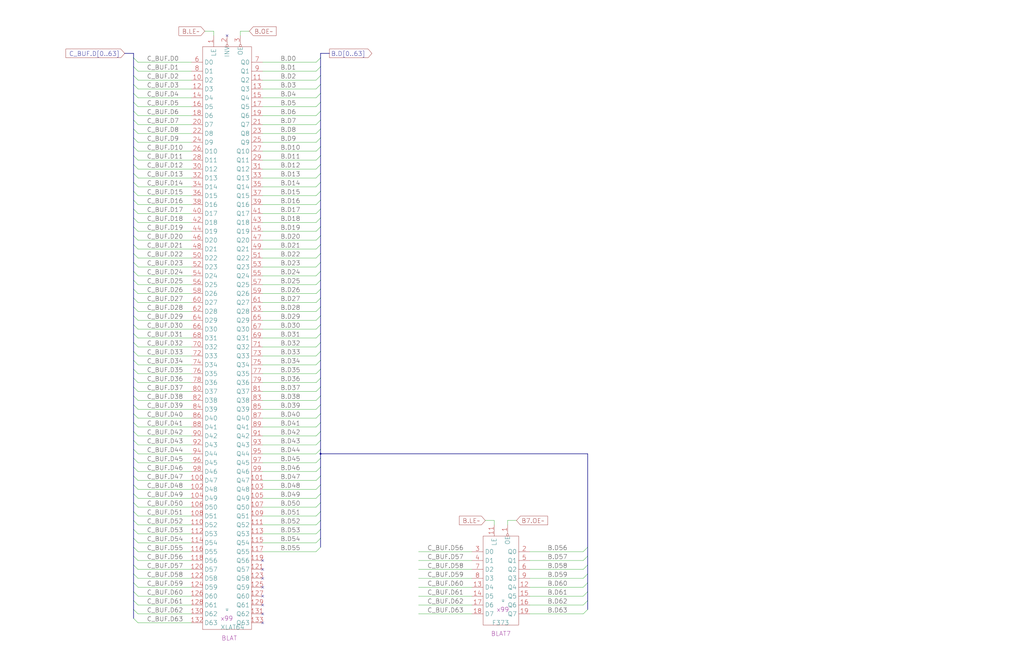
<source format=kicad_sch>
(kicad_sch (version 20220404) (generator eeschema)
  (paper "User" 584.2 378.46)
  (title_block (title "B LATCH") (date "22-MAR-90") (rev "1.0") (comment 1 "VALUE") (comment 2 "232-003063") (comment 3 "S400") (comment 4 "RELEASED"))
  (lib_symbols
    (symbol "r1000:F373" (pin_names (offset 1.016))
      (property "Reference" "U" (at 2.54 5.08 0))
      (property "Value" "F373" (at -3.81 -7.62 0))
      (property "Location" "___" (at -1.27 0 0))
      (property "Name" "______" (at 1.27 -15.24 0))
      (symbol "F373_1_1"
        (rectangle (start -8.89 41.91) (end 11.43 -8.89))
        (circle (center 5.08 42.545) (radius 0.635))
        (pin input line (at 5.08 48.26 270) (length 5.08) (name "OE") (number "1"))
        (pin input line (at -2.54 48.26 270) (length 6.35) (name "LE") (number "11"))
        (pin tri_state line (at 17.78 12.7 180) (length 6.35) (name "Q4") (number "12"))
        (pin input line (at -15.24 12.7 0) (length 6.35) (name "D4") (number "13"))
        (pin input line (at -15.24 7.62 0) (length 6.35) (name "D5") (number "14"))
        (pin tri_state line (at 17.78 7.62 180) (length 6.35) (name "Q5") (number "15"))
        (pin tri_state line (at 17.78 2.54 180) (length 6.35) (name "Q6") (number "16"))
        (pin input line (at -15.24 2.54 0) (length 6.35) (name "D6") (number "17"))
        (pin input line (at -15.24 -2.54 0) (length 6.35) (name "D7") (number "18"))
        (pin tri_state line (at 17.78 -2.54 180) (length 6.35) (name "Q7") (number "19"))
        (pin tri_state line (at 17.78 33.02 180) (length 6.35) (name "Q0") (number "2"))
        (pin input line (at -15.24 33.02 0) (length 6.35) (name "D0") (number "3"))
        (pin input line (at -15.24 27.94 0) (length 6.35) (name "D1") (number "4"))
        (pin tri_state line (at 17.78 27.94 180) (length 6.35) (name "Q1") (number "5"))
        (pin tri_state line (at 17.78 22.86 180) (length 6.35) (name "Q2") (number "6"))
        (pin input line (at -15.24 22.86 0) (length 6.35) (name "D2") (number "7"))
        (pin input line (at -15.24 17.78 0) (length 6.35) (name "D3") (number "8"))
        (pin tri_state line (at 17.78 17.78 180) (length 6.35) (name "Q3") (number "9"))
      )
    )
    (symbol "r1000:XLAT64" (pin_names (offset 1.016))
      (property "Reference" "U" (at 2.54 5.08 0))
      (property "Value" "XLAT64" (at -1.27 -5.08 0))
      (property "Location" "___" (at -1.27 0 0))
      (property "Name" "______" (at 3.81 -12.7 0))
      (symbol "XLAT64_1_1"
        (rectangle (start -11.43 326.39) (end 16.51 -6.35))
        (circle (center 2.54 327.025) (radius 0.635))
        (circle (center 10.16 327.025) (radius 0.635))
        (pin input line (at -5.08 332.74 270) (length 6.35) (name "LE") (number "1"))
        (pin input line (at -17.78 307.34 0) (length 6.35) (name "D2") (number "10"))
        (pin input line (at -17.78 78.74 0) (length 6.35) (name "D47") (number "100"))
        (pin tri_state line (at 22.86 78.74 180) (length 6.35) (name "Q47") (number "101"))
        (pin input line (at -17.78 73.66 0) (length 6.35) (name "D48") (number "102"))
        (pin tri_state line (at 22.86 73.66 180) (length 6.35) (name "Q48") (number "103"))
        (pin input line (at -17.78 68.58 0) (length 6.35) (name "D49") (number "104"))
        (pin tri_state line (at 22.86 68.58 180) (length 6.35) (name "Q49") (number "105"))
        (pin input line (at -17.78 63.5 0) (length 6.35) (name "D50") (number "106"))
        (pin tri_state line (at 22.86 63.5 180) (length 6.35) (name "Q50") (number "107"))
        (pin input line (at -17.78 58.42 0) (length 6.35) (name "D51") (number "108"))
        (pin tri_state line (at 22.86 58.42 180) (length 6.35) (name "Q51") (number "109"))
        (pin tri_state line (at 22.86 307.34 180) (length 6.35) (name "Q2") (number "11"))
        (pin input line (at -17.78 53.34 0) (length 6.35) (name "D52") (number "110"))
        (pin tri_state line (at 22.86 53.34 180) (length 6.35) (name "Q52") (number "111"))
        (pin input line (at -17.78 48.26 0) (length 6.35) (name "D53") (number "112"))
        (pin tri_state line (at 22.86 48.26 180) (length 6.35) (name "Q53") (number "113"))
        (pin input line (at -17.78 43.18 0) (length 6.35) (name "D54") (number "114"))
        (pin tri_state line (at 22.86 43.18 180) (length 6.35) (name "Q54") (number "115"))
        (pin input line (at -17.78 38.1 0) (length 6.35) (name "D55") (number "116"))
        (pin tri_state line (at 22.86 38.1 180) (length 6.35) (name "Q55") (number "117"))
        (pin input line (at -17.78 33.02 0) (length 6.35) (name "D56") (number "118"))
        (pin tri_state line (at 22.86 33.02 180) (length 6.35) (name "Q56") (number "119"))
        (pin input line (at -17.78 302.26 0) (length 6.35) (name "D3") (number "12"))
        (pin input line (at -17.78 27.94 0) (length 6.35) (name "D57") (number "120"))
        (pin tri_state line (at 22.86 27.94 180) (length 6.35) (name "Q57") (number "121"))
        (pin input line (at -17.78 22.86 0) (length 6.35) (name "D58") (number "122"))
        (pin tri_state line (at 22.86 22.86 180) (length 6.35) (name "Q58") (number "123"))
        (pin input line (at -17.78 17.78 0) (length 6.35) (name "D59") (number "124"))
        (pin tri_state line (at 22.86 17.78 180) (length 6.35) (name "Q59") (number "125"))
        (pin input line (at -17.78 12.7 0) (length 6.35) (name "D60") (number "126"))
        (pin tri_state line (at 22.86 12.7 180) (length 6.35) (name "Q60") (number "127"))
        (pin input line (at -17.78 7.62 0) (length 6.35) (name "D61") (number "128"))
        (pin tri_state line (at 22.86 7.62 180) (length 6.35) (name "Q61") (number "129"))
        (pin tri_state line (at 22.86 302.26 180) (length 6.35) (name "Q3") (number "13"))
        (pin input line (at -17.78 2.54 0) (length 6.35) (name "D62") (number "130"))
        (pin tri_state line (at 22.86 2.54 180) (length 6.35) (name "Q62") (number "131"))
        (pin input line (at -17.78 -2.54 0) (length 6.35) (name "D63") (number "132"))
        (pin tri_state line (at 22.86 -2.54 180) (length 6.35) (name "Q63") (number "133"))
        (pin input line (at -17.78 297.18 0) (length 6.35) (name "D4") (number "14"))
        (pin tri_state line (at 22.86 297.18 180) (length 6.35) (name "Q4") (number "15"))
        (pin input line (at -17.78 292.1 0) (length 6.35) (name "D5") (number "16"))
        (pin tri_state line (at 22.86 292.1 180) (length 6.35) (name "Q5") (number "17"))
        (pin input line (at -17.78 287.02 0) (length 6.35) (name "D6") (number "18"))
        (pin tri_state line (at 22.86 287.02 180) (length 6.35) (name "Q6") (number "19"))
        (pin input line (at 2.54 332.74 270) (length 5.08) (name "INV") (number "2"))
        (pin input line (at -17.78 281.94 0) (length 6.35) (name "D7") (number "20"))
        (pin tri_state line (at 22.86 281.94 180) (length 6.35) (name "Q7") (number "21"))
        (pin input line (at -17.78 276.86 0) (length 6.35) (name "D8") (number "22"))
        (pin tri_state line (at 22.86 276.86 180) (length 6.35) (name "Q8") (number "23"))
        (pin input line (at -17.78 271.78 0) (length 6.35) (name "D9") (number "24"))
        (pin tri_state line (at 22.86 271.78 180) (length 6.35) (name "Q9") (number "25"))
        (pin input line (at -17.78 266.7 0) (length 6.35) (name "D10") (number "26"))
        (pin tri_state line (at 22.86 266.7 180) (length 6.35) (name "Q10") (number "27"))
        (pin input line (at -17.78 261.62 0) (length 6.35) (name "D11") (number "28"))
        (pin tri_state line (at 22.86 261.62 180) (length 6.35) (name "Q11") (number "29"))
        (pin input line (at 10.16 332.74 270) (length 5.08) (name "OE") (number "3"))
        (pin input line (at -17.78 256.54 0) (length 6.35) (name "D12") (number "30"))
        (pin tri_state line (at 22.86 256.54 180) (length 6.35) (name "Q12") (number "31"))
        (pin input line (at -17.78 251.46 0) (length 6.35) (name "D13") (number "32"))
        (pin tri_state line (at 22.86 251.46 180) (length 6.35) (name "Q13") (number "33"))
        (pin input line (at -17.78 246.38 0) (length 6.35) (name "D14") (number "34"))
        (pin tri_state line (at 22.86 246.38 180) (length 6.35) (name "Q14") (number "35"))
        (pin input line (at -17.78 241.3 0) (length 6.35) (name "D15") (number "36"))
        (pin tri_state line (at 22.86 241.3 180) (length 6.35) (name "Q15") (number "37"))
        (pin input line (at -17.78 236.22 0) (length 6.35) (name "D16") (number "38"))
        (pin tri_state line (at 22.86 236.22 180) (length 6.35) (name "Q16") (number "39"))
        (pin input line (at -17.78 231.14 0) (length 6.35) (name "D17") (number "40"))
        (pin tri_state line (at 22.86 231.14 180) (length 6.35) (name "Q17") (number "41"))
        (pin input line (at -17.78 226.06 0) (length 6.35) (name "D18") (number "42"))
        (pin tri_state line (at 22.86 226.06 180) (length 6.35) (name "Q18") (number "43"))
        (pin input line (at -17.78 220.98 0) (length 6.35) (name "D19") (number "44"))
        (pin tri_state line (at 22.86 220.98 180) (length 6.35) (name "Q19") (number "45"))
        (pin input line (at -17.78 215.9 0) (length 6.35) (name "D20") (number "46"))
        (pin tri_state line (at 22.86 215.9 180) (length 6.35) (name "Q20") (number "47"))
        (pin input line (at -17.78 210.82 0) (length 6.35) (name "D21") (number "48"))
        (pin tri_state line (at 22.86 210.82 180) (length 6.35) (name "Q21") (number "49"))
        (pin input line (at -17.78 205.74 0) (length 6.35) (name "D22") (number "50"))
        (pin tri_state line (at 22.86 205.74 180) (length 6.35) (name "Q22") (number "51"))
        (pin input line (at -17.78 200.66 0) (length 6.35) (name "D23") (number "52"))
        (pin tri_state line (at 22.86 200.66 180) (length 6.35) (name "Q23") (number "53"))
        (pin input line (at -17.78 195.58 0) (length 6.35) (name "D24") (number "54"))
        (pin tri_state line (at 22.86 195.58 180) (length 6.35) (name "Q24") (number "55"))
        (pin input line (at -17.78 190.5 0) (length 6.35) (name "D25") (number "56"))
        (pin tri_state line (at 22.86 190.5 180) (length 6.35) (name "Q25") (number "57"))
        (pin input line (at -17.78 185.42 0) (length 6.35) (name "D26") (number "58"))
        (pin tri_state line (at 22.86 185.42 180) (length 6.35) (name "Q26") (number "59"))
        (pin input line (at -17.78 317.5 0) (length 6.35) (name "D0") (number "6"))
        (pin input line (at -17.78 180.34 0) (length 6.35) (name "D27") (number "60"))
        (pin tri_state line (at 22.86 180.34 180) (length 6.35) (name "Q27") (number "61"))
        (pin input line (at -17.78 175.26 0) (length 6.35) (name "D28") (number "62"))
        (pin tri_state line (at 22.86 175.26 180) (length 6.35) (name "Q28") (number "63"))
        (pin input line (at -17.78 170.18 0) (length 6.35) (name "D29") (number "64"))
        (pin tri_state line (at 22.86 170.18 180) (length 6.35) (name "Q29") (number "65"))
        (pin input line (at -17.78 165.1 0) (length 6.35) (name "D30") (number "66"))
        (pin tri_state line (at 22.86 165.1 180) (length 6.35) (name "Q30") (number "67"))
        (pin input line (at -17.78 160.02 0) (length 6.35) (name "D31") (number "68"))
        (pin tri_state line (at 22.86 160.02 180) (length 6.35) (name "Q31") (number "69"))
        (pin tri_state line (at 22.86 317.5 180) (length 6.35) (name "Q0") (number "7"))
        (pin input line (at -17.78 154.94 0) (length 6.35) (name "D32") (number "70"))
        (pin tri_state line (at 22.86 154.94 180) (length 6.35) (name "Q32") (number "71"))
        (pin input line (at -17.78 149.86 0) (length 6.35) (name "D33") (number "72"))
        (pin tri_state line (at 22.86 149.86 180) (length 6.35) (name "Q33") (number "73"))
        (pin input line (at -17.78 144.78 0) (length 6.35) (name "D34") (number "74"))
        (pin tri_state line (at 22.86 144.78 180) (length 6.35) (name "Q34") (number "75"))
        (pin input line (at -17.78 139.7 0) (length 6.35) (name "D35") (number "76"))
        (pin tri_state line (at 22.86 139.7 180) (length 6.35) (name "Q35") (number "77"))
        (pin input line (at -17.78 134.62 0) (length 6.35) (name "D36") (number "78"))
        (pin tri_state line (at 22.86 134.62 180) (length 6.35) (name "Q36") (number "79"))
        (pin input line (at -17.78 312.42 0) (length 6.35) (name "D1") (number "8"))
        (pin input line (at -17.78 129.54 0) (length 6.35) (name "D37") (number "80"))
        (pin tri_state line (at 22.86 129.54 180) (length 6.35) (name "Q37") (number "81"))
        (pin input line (at -17.78 124.46 0) (length 6.35) (name "D38") (number "82"))
        (pin tri_state line (at 22.86 124.46 180) (length 6.35) (name "Q38") (number "83"))
        (pin input line (at -17.78 119.38 0) (length 6.35) (name "D39") (number "84"))
        (pin tri_state line (at 22.86 119.38 180) (length 6.35) (name "Q39") (number "85"))
        (pin input line (at -17.78 114.3 0) (length 6.35) (name "D40") (number "86"))
        (pin tri_state line (at 22.86 114.3 180) (length 6.35) (name "Q40") (number "87"))
        (pin input line (at -17.78 109.22 0) (length 6.35) (name "D41") (number "88"))
        (pin tri_state line (at 22.86 109.22 180) (length 6.35) (name "Q41") (number "89"))
        (pin tri_state line (at 22.86 312.42 180) (length 6.35) (name "Q1") (number "9"))
        (pin input line (at -17.78 104.14 0) (length 6.35) (name "D42") (number "90"))
        (pin tri_state line (at 22.86 104.14 180) (length 6.35) (name "Q42") (number "91"))
        (pin input line (at -17.78 99.06 0) (length 6.35) (name "D43") (number "92"))
        (pin tri_state line (at 22.86 99.06 180) (length 6.35) (name "Q43") (number "93"))
        (pin input line (at -17.78 93.98 0) (length 6.35) (name "D44") (number "94"))
        (pin tri_state line (at 22.86 93.98 180) (length 6.35) (name "Q44") (number "95"))
        (pin input line (at -17.78 88.9 0) (length 6.35) (name "D45") (number "96"))
        (pin tri_state line (at 22.86 88.9 180) (length 6.35) (name "Q45") (number "97"))
        (pin input line (at -17.78 83.82 0) (length 6.35) (name "D46") (number "98"))
        (pin tri_state line (at 22.86 83.82 180) (length 6.35) (name "Q46") (number "99"))
      )
    )
  )
  (junction (at 182.88 259.08))
  (no_connect (at 149.86 335.28))
  (no_connect (at 149.86 325.12))
  (no_connect (at 149.86 340.36))
  (no_connect (at 149.86 330.2))
  (no_connect (at 149.86 350.52))
  (no_connect (at 149.86 345.44))
  (no_connect (at 149.86 320.04))
  (no_connect (at 129.54 20.32))
  (no_connect (at 149.86 355.6))
  (bus_entry (at 182.88 43.18) (size -2.54 2.54))
  (bus_entry (at 182.88 124.46) (size -2.54 2.54))
  (bus_entry (at 182.88 231.14) (size -2.54 2.54))
  (bus_entry (at 76.2 246.38) (size 2.54 2.54))
  (bus_entry (at 182.88 297.18) (size -2.54 2.54))
  (bus_entry (at 76.2 73.66) (size 2.54 2.54))
  (bus_entry (at 76.2 154.94) (size 2.54 2.54))
  (bus_entry (at 182.88 99.06) (size -2.54 2.54))
  (bus_entry (at 182.88 190.5) (size -2.54 2.54))
  (bus_entry (at 182.88 144.78) (size -2.54 2.54))
  (bus_entry (at 76.2 215.9) (size 2.54 2.54))
  (bus_entry (at 76.2 114.3) (size 2.54 2.54))
  (bus_entry (at 182.88 226.06) (size -2.54 2.54))
  (bus_entry (at 76.2 109.22) (size 2.54 2.54))
  (bus_entry (at 76.2 266.7) (size 2.54 2.54))
  (bus_entry (at 76.2 210.82) (size 2.54 2.54))
  (bus_entry (at 182.88 256.54) (size -2.54 2.54))
  (bus_entry (at 76.2 43.18) (size 2.54 2.54))
  (bus_entry (at 182.88 271.78) (size -2.54 2.54))
  (bus_entry (at 182.88 276.86) (size -2.54 2.54))
  (bus_entry (at 182.88 104.14) (size -2.54 2.54))
  (bus_entry (at 182.88 38.1) (size -2.54 2.54))
  (bus_entry (at 76.2 78.74) (size 2.54 2.54))
  (bus_entry (at 76.2 322.58) (size 2.54 2.54))
  (bus_entry (at 182.88 160.02) (size -2.54 2.54))
  (bus_entry (at 182.88 134.62) (size -2.54 2.54))
  (bus_entry (at 182.88 307.34) (size -2.54 2.54))
  (bus_entry (at 182.88 93.98) (size -2.54 2.54))
  (bus_entry (at 76.2 327.66) (size 2.54 2.54))
  (bus_entry (at 182.88 73.66) (size -2.54 2.54))
  (bus_entry (at 182.88 312.42) (size -2.54 2.54))
  (bus_entry (at 76.2 48.26) (size 2.54 2.54))
  (bus_entry (at 76.2 149.86) (size 2.54 2.54))
  (bus_entry (at 182.88 287.02) (size -2.54 2.54))
  (bus_entry (at 76.2 297.18) (size 2.54 2.54))
  (bus_entry (at 182.88 292.1) (size -2.54 2.54))
  (bus_entry (at 76.2 99.06) (size 2.54 2.54))
  (bus_entry (at 182.88 139.7) (size -2.54 2.54))
  (bus_entry (at 76.2 332.74) (size 2.54 2.54))
  (bus_entry (at 76.2 38.1) (size 2.54 2.54))
  (bus_entry (at 76.2 312.42) (size 2.54 2.54))
  (bus_entry (at 76.2 58.42) (size 2.54 2.54))
  (bus_entry (at 182.88 119.38) (size -2.54 2.54))
  (bus_entry (at 76.2 129.54) (size 2.54 2.54))
  (bus_entry (at 182.88 88.9) (size -2.54 2.54))
  (bus_entry (at 76.2 144.78) (size 2.54 2.54))
  (bus_entry (at 182.88 83.82) (size -2.54 2.54))
  (bus_entry (at 182.88 241.3) (size -2.54 2.54))
  (bus_entry (at 76.2 33.02) (size 2.54 2.54))
  (bus_entry (at 76.2 226.06) (size 2.54 2.54))
  (bus_entry (at 182.88 165.1) (size -2.54 2.54))
  (bus_entry (at 76.2 160.02) (size 2.54 2.54))
  (bus_entry (at 76.2 93.98) (size 2.54 2.54))
  (bus_entry (at 76.2 83.82) (size 2.54 2.54))
  (bus_entry (at 76.2 104.14) (size 2.54 2.54))
  (bus_entry (at 182.88 200.66) (size -2.54 2.54))
  (bus_entry (at 182.88 129.54) (size -2.54 2.54))
  (bus_entry (at 76.2 185.42) (size 2.54 2.54))
  (bus_entry (at 76.2 292.1) (size 2.54 2.54))
  (bus_entry (at 182.88 68.58) (size -2.54 2.54))
  (bus_entry (at 335.28 317.5) (size -2.54 2.54))
  (bus_entry (at 182.88 63.5) (size -2.54 2.54))
  (bus_entry (at 182.88 149.86) (size -2.54 2.54))
  (bus_entry (at 182.88 33.02) (size -2.54 2.54))
  (bus_entry (at 335.28 322.58) (size -2.54 2.54))
  (bus_entry (at 335.28 312.42) (size -2.54 2.54))
  (bus_entry (at 182.88 48.26) (size -2.54 2.54))
  (bus_entry (at 182.88 205.74) (size -2.54 2.54))
  (bus_entry (at 76.2 342.9) (size 2.54 2.54))
  (bus_entry (at 182.88 195.58) (size -2.54 2.54))
  (bus_entry (at 182.88 302.26) (size -2.54 2.54))
  (bus_entry (at 76.2 287.02) (size 2.54 2.54))
  (bus_entry (at 182.88 78.74) (size -2.54 2.54))
  (bus_entry (at 182.88 109.22) (size -2.54 2.54))
  (bus_entry (at 76.2 180.34) (size 2.54 2.54))
  (bus_entry (at 182.88 154.94) (size -2.54 2.54))
  (bus_entry (at 182.88 180.34) (size -2.54 2.54))
  (bus_entry (at 182.88 246.38) (size -2.54 2.54))
  (bus_entry (at 182.88 220.98) (size -2.54 2.54))
  (bus_entry (at 76.2 205.74) (size 2.54 2.54))
  (bus_entry (at 76.2 231.14) (size 2.54 2.54))
  (bus_entry (at 76.2 68.58) (size 2.54 2.54))
  (bus_entry (at 76.2 236.22) (size 2.54 2.54))
  (bus_entry (at 182.88 53.34) (size -2.54 2.54))
  (bus_entry (at 76.2 347.98) (size 2.54 2.54))
  (bus_entry (at 76.2 190.5) (size 2.54 2.54))
  (bus_entry (at 182.88 251.46) (size -2.54 2.54))
  (bus_entry (at 76.2 241.3) (size 2.54 2.54))
  (bus_entry (at 335.28 327.66) (size -2.54 2.54))
  (bus_entry (at 182.88 261.62) (size -2.54 2.54))
  (bus_entry (at 335.28 337.82) (size -2.54 2.54))
  (bus_entry (at 182.88 236.22) (size -2.54 2.54))
  (bus_entry (at 76.2 119.38) (size 2.54 2.54))
  (bus_entry (at 182.88 58.42) (size -2.54 2.54))
  (bus_entry (at 182.88 114.3) (size -2.54 2.54))
  (bus_entry (at 76.2 271.78) (size 2.54 2.54))
  (bus_entry (at 182.88 266.7) (size -2.54 2.54))
  (bus_entry (at 76.2 139.7) (size 2.54 2.54))
  (bus_entry (at 76.2 175.26) (size 2.54 2.54))
  (bus_entry (at 76.2 165.1) (size 2.54 2.54))
  (bus_entry (at 76.2 307.34) (size 2.54 2.54))
  (bus_entry (at 76.2 195.58) (size 2.54 2.54))
  (bus_entry (at 76.2 256.54) (size 2.54 2.54))
  (bus_entry (at 76.2 276.86) (size 2.54 2.54))
  (bus_entry (at 76.2 63.5) (size 2.54 2.54))
  (bus_entry (at 76.2 200.66) (size 2.54 2.54))
  (bus_entry (at 182.88 175.26) (size -2.54 2.54))
  (bus_entry (at 76.2 337.82) (size 2.54 2.54))
  (bus_entry (at 76.2 124.46) (size 2.54 2.54))
  (bus_entry (at 182.88 210.82) (size -2.54 2.54))
  (bus_entry (at 76.2 88.9) (size 2.54 2.54))
  (bus_entry (at 76.2 53.34) (size 2.54 2.54))
  (bus_entry (at 76.2 317.5) (size 2.54 2.54))
  (bus_entry (at 76.2 261.62) (size 2.54 2.54))
  (bus_entry (at 335.28 332.74) (size -2.54 2.54))
  (bus_entry (at 182.88 281.94) (size -2.54 2.54))
  (bus_entry (at 76.2 302.26) (size 2.54 2.54))
  (bus_entry (at 182.88 185.42) (size -2.54 2.54))
  (bus_entry (at 76.2 353.06) (size 2.54 2.54))
  (bus_entry (at 335.28 347.98) (size -2.54 2.54))
  (bus_entry (at 182.88 170.18) (size -2.54 2.54))
  (bus_entry (at 76.2 220.98) (size 2.54 2.54))
  (bus_entry (at 76.2 170.18) (size 2.54 2.54))
  (bus_entry (at 76.2 251.46) (size 2.54 2.54))
  (bus_entry (at 335.28 342.9) (size -2.54 2.54))
  (bus_entry (at 76.2 281.94) (size 2.54 2.54))
  (bus_entry (at 182.88 215.9) (size -2.54 2.54))
  (bus_entry (at 76.2 134.62) (size 2.54 2.54))
  (bus (pts (xy 182.88 93.98) (xy 182.88 99.06)))
  (wire (pts (xy 149.86 213.36) (xy 180.34 213.36)))
  (bus (pts (xy 182.88 114.3) (xy 182.88 119.38)))
  (bus (pts (xy 76.2 236.22) (xy 76.2 241.3)))
  (wire (pts (xy 302.26 320.04) (xy 332.74 320.04)))
  (bus (pts (xy 182.88 88.9) (xy 182.88 93.98)))
  (bus (pts (xy 335.28 312.42) (xy 335.28 317.5)))
  (bus (pts (xy 182.88 226.06) (xy 182.88 231.14)))
  (wire (pts (xy 149.86 96.52) (xy 180.34 96.52)))
  (wire (pts (xy 78.74 121.92) (xy 109.22 121.92)))
  (wire (pts (xy 78.74 172.72) (xy 109.22 172.72)))
  (wire (pts (xy 149.86 142.24) (xy 180.34 142.24)))
  (wire (pts (xy 78.74 40.64) (xy 109.22 40.64)))
  (bus (pts (xy 76.2 119.38) (xy 76.2 124.46)))
  (bus (pts (xy 76.2 312.42) (xy 76.2 317.5)))
  (wire (pts (xy 149.86 60.96) (xy 180.34 60.96)))
  (bus (pts (xy 182.88 160.02) (xy 182.88 165.1)))
  (bus (pts (xy 182.88 231.14) (xy 182.88 236.22)))
  (wire (pts (xy 238.76 325.12) (xy 269.24 325.12)))
  (wire (pts (xy 78.74 254) (xy 109.22 254)))
  (wire (pts (xy 78.74 279.4) (xy 109.22 279.4)))
  (wire (pts (xy 78.74 248.92) (xy 109.22 248.92)))
  (wire (pts (xy 149.86 66.04) (xy 180.34 66.04)))
  (wire (pts (xy 78.74 355.6) (xy 109.22 355.6)))
  (wire (pts (xy 78.74 177.8) (xy 109.22 177.8)))
  (bus (pts (xy 182.88 83.82) (xy 182.88 88.9)))
  (wire (pts (xy 78.74 228.6) (xy 109.22 228.6)))
  (wire (pts (xy 149.86 177.8) (xy 180.34 177.8)))
  (bus (pts (xy 76.2 241.3) (xy 76.2 246.38)))
  (bus (pts (xy 76.2 261.62) (xy 76.2 266.7)))
  (bus (pts (xy 335.28 327.66) (xy 335.28 332.74)))
  (bus (pts (xy 182.88 190.5) (xy 182.88 195.58)))
  (bus (pts (xy 76.2 276.86) (xy 76.2 281.94)))
  (wire (pts (xy 149.86 76.2) (xy 180.34 76.2)))
  (bus (pts (xy 182.88 38.1) (xy 182.88 43.18)))
  (wire (pts (xy 78.74 198.12) (xy 109.22 198.12)))
  (wire (pts (xy 294.64 297.18) (xy 289.56 297.18)))
  (wire (pts (xy 149.86 264.16) (xy 180.34 264.16)))
  (bus (pts (xy 76.2 33.02) (xy 76.2 38.1)))
  (wire (pts (xy 149.86 127) (xy 180.34 127)))
  (bus (pts (xy 335.28 312.42) (xy 335.28 259.08)))
  (wire (pts (xy 78.74 137.16) (xy 109.22 137.16)))
  (bus (pts (xy 76.2 63.5) (xy 76.2 68.58)))
  (bus (pts (xy 182.88 124.46) (xy 182.88 129.54)))
  (wire (pts (xy 78.74 304.8) (xy 109.22 304.8)))
  (bus (pts (xy 182.88 271.78) (xy 182.88 276.86)))
  (bus (pts (xy 182.88 129.54) (xy 182.88 134.62)))
  (wire (pts (xy 149.86 198.12) (xy 180.34 198.12)))
  (wire (pts (xy 78.74 50.8) (xy 109.22 50.8)))
  (wire (pts (xy 302.26 325.12) (xy 332.74 325.12)))
  (bus (pts (xy 76.2 99.06) (xy 76.2 104.14)))
  (bus (pts (xy 76.2 73.66) (xy 76.2 78.74)))
  (wire (pts (xy 78.74 162.56) (xy 109.22 162.56)))
  (bus (pts (xy 182.88 170.18) (xy 182.88 175.26)))
  (bus (pts (xy 182.88 292.1) (xy 182.88 297.18)))
  (bus (pts (xy 76.2 287.02) (xy 76.2 292.1)))
  (wire (pts (xy 78.74 152.4) (xy 109.22 152.4)))
  (bus (pts (xy 182.88 33.02) (xy 182.88 38.1)))
  (wire (pts (xy 149.86 228.6) (xy 180.34 228.6)))
  (wire (pts (xy 78.74 142.24) (xy 109.22 142.24)))
  (bus (pts (xy 76.2 251.46) (xy 76.2 256.54)))
  (bus (pts (xy 76.2 78.74) (xy 76.2 83.82)))
  (wire (pts (xy 78.74 167.64) (xy 109.22 167.64)))
  (wire (pts (xy 281.94 297.18) (xy 281.94 299.72)))
  (bus (pts (xy 76.2 215.9) (xy 76.2 220.98)))
  (wire (pts (xy 149.86 172.72) (xy 180.34 172.72)))
  (wire (pts (xy 149.86 309.88) (xy 180.34 309.88)))
  (wire (pts (xy 121.92 17.78) (xy 121.92 20.32)))
  (wire (pts (xy 149.86 187.96) (xy 180.34 187.96)))
  (wire (pts (xy 78.74 299.72) (xy 109.22 299.72)))
  (wire (pts (xy 78.74 208.28) (xy 109.22 208.28)))
  (bus (pts (xy 182.88 78.74) (xy 182.88 83.82)))
  (bus (pts (xy 76.2 317.5) (xy 76.2 322.58)))
  (bus (pts (xy 76.2 337.82) (xy 76.2 342.9)))
  (wire (pts (xy 149.86 157.48) (xy 180.34 157.48)))
  (wire (pts (xy 149.86 35.56) (xy 180.34 35.56)))
  (wire (pts (xy 302.26 345.44) (xy 332.74 345.44)))
  (bus (pts (xy 76.2 83.82) (xy 76.2 88.9)))
  (wire (pts (xy 78.74 182.88) (xy 109.22 182.88)))
  (wire (pts (xy 78.74 66.04) (xy 109.22 66.04)))
  (wire (pts (xy 78.74 223.52) (xy 109.22 223.52)))
  (bus (pts (xy 76.2 88.9) (xy 76.2 93.98)))
  (wire (pts (xy 149.86 111.76) (xy 180.34 111.76)))
  (wire (pts (xy 149.86 304.8) (xy 180.34 304.8)))
  (wire (pts (xy 149.86 86.36) (xy 180.34 86.36)))
  (bus (pts (xy 76.2 231.14) (xy 76.2 236.22)))
  (wire (pts (xy 78.74 101.6) (xy 109.22 101.6)))
  (wire (pts (xy 78.74 345.44) (xy 109.22 345.44)))
  (bus (pts (xy 76.2 307.34) (xy 76.2 312.42)))
  (wire (pts (xy 78.74 157.48) (xy 109.22 157.48)))
  (bus (pts (xy 76.2 190.5) (xy 76.2 195.58)))
  (bus (pts (xy 182.88 73.66) (xy 182.88 78.74)))
  (bus (pts (xy 182.88 276.86) (xy 182.88 281.94)))
  (wire (pts (xy 149.86 243.84) (xy 180.34 243.84)))
  (wire (pts (xy 149.86 218.44) (xy 180.34 218.44)))
  (bus (pts (xy 182.88 149.86) (xy 182.88 154.94)))
  (bus (pts (xy 182.88 58.42) (xy 182.88 63.5)))
  (bus (pts (xy 182.88 210.82) (xy 182.88 215.9)))
  (bus (pts (xy 76.2 48.26) (xy 76.2 53.34)))
  (bus (pts (xy 182.88 307.34) (xy 182.88 312.42)))
  (wire (pts (xy 289.56 297.18) (xy 289.56 299.72)))
  (bus (pts (xy 76.2 139.7) (xy 76.2 144.78)))
  (wire (pts (xy 78.74 340.36) (xy 109.22 340.36)))
  (bus (pts (xy 76.2 129.54) (xy 76.2 134.62)))
  (bus (pts (xy 335.28 342.9) (xy 335.28 347.98)))
  (wire (pts (xy 238.76 345.44) (xy 269.24 345.44)))
  (bus (pts (xy 182.88 281.94) (xy 182.88 287.02)))
  (bus (pts (xy 182.88 195.58) (xy 182.88 200.66)))
  (wire (pts (xy 78.74 269.24) (xy 109.22 269.24)))
  (wire (pts (xy 238.76 330.2) (xy 269.24 330.2)))
  (bus (pts (xy 76.2 38.1) (xy 76.2 43.18)))
  (wire (pts (xy 78.74 294.64) (xy 109.22 294.64)))
  (bus (pts (xy 76.2 292.1) (xy 76.2 297.18)))
  (wire (pts (xy 149.86 91.44) (xy 180.34 91.44)))
  (bus (pts (xy 76.2 332.74) (xy 76.2 337.82)))
  (bus (pts (xy 182.88 297.18) (xy 182.88 302.26)))
  (wire (pts (xy 78.74 193.04) (xy 109.22 193.04)))
  (wire (pts (xy 78.74 106.68) (xy 109.22 106.68)))
  (wire (pts (xy 78.74 71.12) (xy 109.22 71.12)))
  (bus (pts (xy 182.88 220.98) (xy 182.88 226.06)))
  (wire (pts (xy 78.74 335.28) (xy 109.22 335.28)))
  (bus (pts (xy 182.88 241.3) (xy 182.88 246.38)))
  (bus (pts (xy 182.88 134.62) (xy 182.88 139.7)))
  (bus (pts (xy 76.2 43.18) (xy 76.2 48.26)))
  (wire (pts (xy 149.86 274.32) (xy 180.34 274.32)))
  (bus (pts (xy 76.2 266.7) (xy 76.2 271.78)))
  (wire (pts (xy 78.74 116.84) (xy 109.22 116.84)))
  (wire (pts (xy 149.86 193.04) (xy 180.34 193.04)))
  (wire (pts (xy 78.74 320.04) (xy 109.22 320.04)))
  (wire (pts (xy 78.74 330.2) (xy 109.22 330.2)))
  (wire (pts (xy 238.76 320.04) (xy 269.24 320.04)))
  (wire (pts (xy 78.74 238.76) (xy 109.22 238.76)))
  (bus (pts (xy 182.88 119.38) (xy 182.88 124.46)))
  (bus (pts (xy 76.2 165.1) (xy 76.2 170.18)))
  (bus (pts (xy 182.88 180.34) (xy 182.88 185.42)))
  (bus (pts (xy 76.2 246.38) (xy 76.2 251.46)))
  (bus (pts (xy 182.88 165.1) (xy 182.88 170.18)))
  (wire (pts (xy 149.86 147.32) (xy 180.34 147.32)))
  (bus (pts (xy 76.2 124.46) (xy 76.2 129.54)))
  (wire (pts (xy 149.86 45.72) (xy 180.34 45.72)))
  (wire (pts (xy 78.74 35.56) (xy 109.22 35.56)))
  (bus (pts (xy 182.88 215.9) (xy 182.88 220.98)))
  (bus (pts (xy 335.28 332.74) (xy 335.28 337.82)))
  (bus (pts (xy 76.2 347.98) (xy 76.2 353.06)))
  (wire (pts (xy 149.86 50.8) (xy 180.34 50.8)))
  (bus (pts (xy 335.28 322.58) (xy 335.28 327.66)))
  (bus (pts (xy 76.2 195.58) (xy 76.2 200.66)))
  (wire (pts (xy 149.86 167.64) (xy 180.34 167.64)))
  (wire (pts (xy 149.86 279.4) (xy 180.34 279.4)))
  (bus (pts (xy 182.88 266.7) (xy 182.88 271.78)))
  (bus (pts (xy 76.2 175.26) (xy 76.2 180.34)))
  (bus (pts (xy 76.2 342.9) (xy 76.2 347.98)))
  (wire (pts (xy 78.74 187.96) (xy 109.22 187.96)))
  (wire (pts (xy 78.74 91.44) (xy 109.22 91.44)))
  (bus (pts (xy 76.2 154.94) (xy 76.2 160.02)))
  (wire (pts (xy 149.86 137.16) (xy 180.34 137.16)))
  (bus (pts (xy 76.2 53.34) (xy 76.2 58.42)))
  (bus (pts (xy 182.88 43.18) (xy 182.88 48.26)))
  (wire (pts (xy 78.74 350.52) (xy 109.22 350.52)))
  (wire (pts (xy 149.86 208.28) (xy 180.34 208.28)))
  (wire (pts (xy 149.86 152.4) (xy 180.34 152.4)))
  (bus (pts (xy 76.2 297.18) (xy 76.2 302.26)))
  (wire (pts (xy 78.74 55.88) (xy 109.22 55.88)))
  (bus (pts (xy 76.2 30.48) (xy 76.2 33.02)))
  (wire (pts (xy 78.74 274.32) (xy 109.22 274.32)))
  (bus (pts (xy 76.2 180.34) (xy 76.2 185.42)))
  (wire (pts (xy 78.74 259.08) (xy 109.22 259.08)))
  (bus (pts (xy 182.88 251.46) (xy 182.88 256.54)))
  (wire (pts (xy 238.76 350.52) (xy 269.24 350.52)))
  (wire (pts (xy 78.74 86.36) (xy 109.22 86.36)))
  (wire (pts (xy 149.86 116.84) (xy 180.34 116.84)))
  (bus (pts (xy 182.88 185.42) (xy 182.88 190.5)))
  (wire (pts (xy 302.26 314.96) (xy 332.74 314.96)))
  (bus (pts (xy 182.88 246.38) (xy 182.88 251.46)))
  (bus (pts (xy 71.12 30.48) (xy 76.2 30.48)))
  (wire (pts (xy 149.86 106.68) (xy 180.34 106.68)))
  (wire (pts (xy 149.86 182.88) (xy 180.34 182.88)))
  (wire (pts (xy 276.86 297.18) (xy 281.94 297.18)))
  (wire (pts (xy 78.74 81.28) (xy 109.22 81.28)))
  (bus (pts (xy 76.2 185.42) (xy 76.2 190.5)))
  (bus (pts (xy 182.88 48.26) (xy 182.88 53.34)))
  (wire (pts (xy 78.74 45.72) (xy 109.22 45.72)))
  (bus (pts (xy 335.28 317.5) (xy 335.28 322.58)))
  (wire (pts (xy 302.26 330.2) (xy 332.74 330.2)))
  (bus (pts (xy 182.88 200.66) (xy 182.88 205.74)))
  (bus (pts (xy 76.2 210.82) (xy 76.2 215.9)))
  (wire (pts (xy 149.86 269.24) (xy 180.34 269.24)))
  (wire (pts (xy 78.74 264.16) (xy 109.22 264.16)))
  (wire (pts (xy 149.86 101.6) (xy 180.34 101.6)))
  (bus (pts (xy 182.88 205.74) (xy 182.88 210.82)))
  (bus (pts (xy 76.2 104.14) (xy 76.2 109.22)))
  (wire (pts (xy 149.86 314.96) (xy 180.34 314.96)))
  (wire (pts (xy 78.74 289.56) (xy 109.22 289.56)))
  (wire (pts (xy 116.84 17.78) (xy 121.92 17.78)))
  (wire (pts (xy 78.74 218.44) (xy 109.22 218.44)))
  (bus (pts (xy 76.2 134.62) (xy 76.2 139.7)))
  (bus (pts (xy 76.2 327.66) (xy 76.2 332.74)))
  (bus (pts (xy 76.2 170.18) (xy 76.2 175.26)))
  (bus (pts (xy 76.2 220.98) (xy 76.2 226.06)))
  (wire (pts (xy 238.76 340.36) (xy 269.24 340.36)))
  (bus (pts (xy 182.88 144.78) (xy 182.88 149.86)))
  (bus (pts (xy 76.2 271.78) (xy 76.2 276.86)))
  (bus (pts (xy 182.88 99.06) (xy 182.88 104.14)))
  (bus (pts (xy 76.2 149.86) (xy 76.2 154.94)))
  (wire (pts (xy 149.86 162.56) (xy 180.34 162.56)))
  (wire (pts (xy 149.86 223.52) (xy 180.34 223.52)))
  (wire (pts (xy 302.26 340.36) (xy 332.74 340.36)))
  (wire (pts (xy 149.86 40.64) (xy 180.34 40.64)))
  (wire (pts (xy 78.74 284.48) (xy 109.22 284.48)))
  (wire (pts (xy 149.86 294.64) (xy 180.34 294.64)))
  (bus (pts (xy 182.88 30.48) (xy 182.88 33.02)))
  (wire (pts (xy 142.24 17.78) (xy 137.16 17.78)))
  (bus (pts (xy 76.2 281.94) (xy 76.2 287.02)))
  (bus (pts (xy 182.88 302.26) (xy 182.88 307.34)))
  (wire (pts (xy 238.76 314.96) (xy 269.24 314.96)))
  (wire (pts (xy 78.74 213.36) (xy 109.22 213.36)))
  (wire (pts (xy 78.74 132.08) (xy 109.22 132.08)))
  (bus (pts (xy 76.2 58.42) (xy 76.2 63.5)))
  (bus (pts (xy 76.2 302.26) (xy 76.2 307.34)))
  (bus (pts (xy 335.28 337.82) (xy 335.28 342.9)))
  (wire (pts (xy 78.74 60.96) (xy 109.22 60.96)))
  (wire (pts (xy 78.74 96.52) (xy 109.22 96.52)))
  (bus (pts (xy 182.88 104.14) (xy 182.88 109.22)))
  (wire (pts (xy 78.74 314.96) (xy 109.22 314.96)))
  (bus (pts (xy 76.2 200.66) (xy 76.2 205.74)))
  (wire (pts (xy 149.86 233.68) (xy 180.34 233.68)))
  (wire (pts (xy 149.86 238.76) (xy 180.34 238.76)))
  (bus (pts (xy 187.96 30.48) (xy 182.88 30.48)))
  (bus (pts (xy 182.88 154.94) (xy 182.88 160.02)))
  (wire (pts (xy 302.26 350.52) (xy 332.74 350.52)))
  (wire (pts (xy 302.26 335.28) (xy 332.74 335.28)))
  (bus (pts (xy 182.88 109.22) (xy 182.88 114.3)))
  (bus (pts (xy 182.88 53.34) (xy 182.88 58.42)))
  (wire (pts (xy 149.86 55.88) (xy 180.34 55.88)))
  (bus (pts (xy 182.88 139.7) (xy 182.88 144.78)))
  (bus (pts (xy 335.28 259.08) (xy 182.88 259.08)))
  (wire (pts (xy 78.74 309.88) (xy 109.22 309.88)))
  (wire (pts (xy 78.74 325.12) (xy 109.22 325.12)))
  (wire (pts (xy 78.74 147.32) (xy 109.22 147.32)))
  (wire (pts (xy 78.74 233.68) (xy 109.22 233.68)))
  (wire (pts (xy 149.86 259.08) (xy 180.34 259.08)))
  (bus (pts (xy 182.88 256.54) (xy 182.88 259.08)))
  (wire (pts (xy 149.86 284.48) (xy 180.34 284.48)))
  (wire (pts (xy 78.74 76.2) (xy 109.22 76.2)))
  (bus (pts (xy 76.2 226.06) (xy 76.2 231.14)))
  (wire (pts (xy 149.86 254) (xy 180.34 254)))
  (wire (pts (xy 78.74 111.76) (xy 109.22 111.76)))
  (bus (pts (xy 182.88 261.62) (xy 182.88 266.7)))
  (bus (pts (xy 182.88 68.58) (xy 182.88 73.66)))
  (bus (pts (xy 76.2 205.74) (xy 76.2 210.82)))
  (bus (pts (xy 76.2 93.98) (xy 76.2 99.06)))
  (wire (pts (xy 149.86 289.56) (xy 180.34 289.56)))
  (bus (pts (xy 76.2 114.3) (xy 76.2 119.38)))
  (wire (pts (xy 149.86 121.92) (xy 180.34 121.92)))
  (wire (pts (xy 78.74 203.2) (xy 109.22 203.2)))
  (wire (pts (xy 149.86 203.2) (xy 180.34 203.2)))
  (wire (pts (xy 78.74 243.84) (xy 109.22 243.84)))
  (bus (pts (xy 76.2 144.78) (xy 76.2 149.86)))
  (wire (pts (xy 149.86 71.12) (xy 180.34 71.12)))
  (wire (pts (xy 78.74 127) (xy 109.22 127)))
  (bus (pts (xy 76.2 322.58) (xy 76.2 327.66)))
  (wire (pts (xy 149.86 132.08) (xy 180.34 132.08)))
  (bus (pts (xy 76.2 160.02) (xy 76.2 165.1)))
  (wire (pts (xy 149.86 248.92) (xy 180.34 248.92)))
  (bus (pts (xy 76.2 256.54) (xy 76.2 261.62)))
  (bus (pts (xy 76.2 68.58) (xy 76.2 73.66)))
  (bus (pts (xy 182.88 63.5) (xy 182.88 68.58)))
  (bus (pts (xy 182.88 287.02) (xy 182.88 292.1)))
  (bus (pts (xy 182.88 236.22) (xy 182.88 241.3)))
  (bus (pts (xy 182.88 175.26) (xy 182.88 180.34)))
  (wire (pts (xy 238.76 335.28) (xy 269.24 335.28)))
  (wire (pts (xy 149.86 299.72) (xy 180.34 299.72)))
  (bus (pts (xy 182.88 259.08) (xy 182.88 261.62)))
  (bus (pts (xy 76.2 109.22) (xy 76.2 114.3)))
  (wire (pts (xy 149.86 81.28) (xy 180.34 81.28)))
  (wire (pts (xy 137.16 17.78) (xy 137.16 20.32)))
  (label "B.D16" (at 160.02 116.84 0) (effects (font (size 2.54 2.54))))
  (label "C_BUF.D46" (at 83.82 269.24 0) (effects (font (size 2.54 2.54))))
  (label "B.D19" (at 160.02 132.08 0) (effects (font (size 2.54 2.54))))
  (label "C_BUF.D14" (at 83.82 106.68 0) (effects (font (size 2.54 2.54))))
  (label "B.D17" (at 160.02 121.92 0) (effects (font (size 2.54 2.54))))
  (label "B.D50" (at 160.02 289.56 0) (effects (font (size 2.54 2.54))))
  (label "B.D27" (at 160.02 172.72 0) (effects (font (size 2.54 2.54))))
  (label "C_BUF.D25" (at 83.82 162.56 0) (effects (font (size 2.54 2.54))))
  (label "C_BUF.D63" (at 243.84 350.52 0) (effects (font (size 2.54 2.54))))
  (label "B.D28" (at 160.02 177.8 0) (effects (font (size 2.54 2.54))))
  (label "C_BUF.D59" (at 243.84 330.2 0) (effects (font (size 2.54 2.54))))
  (label "C_BUF.D35" (at 83.82 213.36 0) (effects (font (size 2.54 2.54))))
  (label "C_BUF.D27" (at 83.82 172.72 0) (effects (font (size 2.54 2.54))))
  (label "B.D42" (at 160.02 248.92 0) (effects (font (size 2.54 2.54))))
  (label "C_BUF.D37" (at 83.82 223.52 0) (effects (font (size 2.54 2.54))))
  (label "B.D51" (at 160.02 294.64 0) (effects (font (size 2.54 2.54))))
  (label "B.D15" (at 160.02 111.76 0) (effects (font (size 2.54 2.54))))
  (label "B.D39" (at 160.02 233.68 0) (effects (font (size 2.54 2.54))))
  (label "C_BUF.D9" (at 83.82 81.28 0) (effects (font (size 2.54 2.54))))
  (label "C_BUF.D4" (at 83.82 55.88 0) (effects (font (size 2.54 2.54))))
  (label "B.D54" (at 160.02 309.88 0) (effects (font (size 2.54 2.54))))
  (label "B.D26" (at 160.02 167.64 0) (effects (font (size 2.54 2.54))))
  (label "B.D35" (at 160.02 213.36 0) (effects (font (size 2.54 2.54))))
  (label "C_BUF.D56" (at 83.82 320.04 0) (effects (font (size 2.54 2.54))))
  (label "C_BUF.D41" (at 83.82 243.84 0) (effects (font (size 2.54 2.54))))
  (label "B.D46" (at 160.02 269.24 0) (effects (font (size 2.54 2.54))))
  (label "B.D22" (at 160.02 147.32 0) (effects (font (size 2.54 2.54))))
  (label "B.D33" (at 160.02 203.2 0) (effects (font (size 2.54 2.54))))
  (label "B.D49" (at 160.02 284.48 0) (effects (font (size 2.54 2.54))))
  (label "C_BUF.D29" (at 83.82 182.88 0) (effects (font (size 2.54 2.54))))
  (label "B.D36" (at 160.02 218.44 0) (effects (font (size 2.54 2.54))))
  (label "C_BUF.D24" (at 83.82 157.48 0) (effects (font (size 2.54 2.54))))
  (label "C_BUF.D42" (at 83.82 248.92 0) (effects (font (size 2.54 2.54))))
  (label "B.D58" (at 312.42 325.12 0) (effects (font (size 2.54 2.54))))
  (label "B.D45" (at 160.02 264.16 0) (effects (font (size 2.54 2.54))))
  (label "C_BUF.D47" (at 83.82 274.32 0) (effects (font (size 2.54 2.54))))
  (label "B.D32" (at 160.02 198.12 0) (effects (font (size 2.54 2.54))))
  (label "B.D9" (at 160.02 81.28 0) (effects (font (size 2.54 2.54))))
  (label "B.D11" (at 160.02 91.44 0) (effects (font (size 2.54 2.54))))
  (label "C_BUF.D28" (at 83.82 177.8 0) (effects (font (size 2.54 2.54))))
  (label "B.D23" (at 160.02 152.4 0) (effects (font (size 2.54 2.54))))
  (label "B.D21" (at 160.02 142.24 0) (effects (font (size 2.54 2.54))))
  (label "C_BUF.D21" (at 83.82 142.24 0) (effects (font (size 2.54 2.54))))
  (label "C_BUF.D26" (at 83.82 167.64 0) (effects (font (size 2.54 2.54))))
  (label "C_BUF.D48" (at 83.82 279.4 0) (effects (font (size 2.54 2.54))))
  (label "C_BUF.D54" (at 83.82 309.88 0) (effects (font (size 2.54 2.54))))
  (label "B.D31" (at 160.02 193.04 0) (effects (font (size 2.54 2.54))))
  (label "B.D55" (at 160.02 314.96 0) (effects (font (size 2.54 2.54))))
  (label "C_BUF.D23" (at 83.82 152.4 0) (effects (font (size 2.54 2.54))))
  (label "B.D2" (at 160.02 45.72 0) (effects (font (size 2.54 2.54))))
  (label "B.D61" (at 312.42 340.36 0) (effects (font (size 2.54 2.54))))
  (label "C_BUF.D43" (at 83.82 254 0) (effects (font (size 2.54 2.54))))
  (label "B.D57" (at 312.42 320.04 0) (effects (font (size 2.54 2.54))))
  (label "B.D38" (at 160.02 228.6 0) (effects (font (size 2.54 2.54))))
  (label "B.D6" (at 160.02 66.04 0) (effects (font (size 2.54 2.54))))
  (label "C_BUF.D31" (at 83.82 193.04 0) (effects (font (size 2.54 2.54))))
  (label "B.D41" (at 160.02 243.84 0) (effects (font (size 2.54 2.54))))
  (label "C_BUF.D49" (at 83.82 284.48 0) (effects (font (size 2.54 2.54))))
  (label "B.D63" (at 312.42 350.52 0) (effects (font (size 2.54 2.54))))
  (label "C_BUF.D33" (at 83.82 203.2 0) (effects (font (size 2.54 2.54))))
  (label "B.D29" (at 160.02 182.88 0) (effects (font (size 2.54 2.54))))
  (label "B.D62" (at 312.42 345.44 0) (effects (font (size 2.54 2.54))))
  (label "C_BUF.D62" (at 83.82 350.52 0) (effects (font (size 2.54 2.54))))
  (label "B.D53" (at 160.02 304.8 0) (effects (font (size 2.54 2.54))))
  (label "C_BUF.D0" (at 83.82 35.56 0) (effects (font (size 2.54 2.54))))
  (label "C_BUF.D63" (at 83.82 355.6 0) (effects (font (size 2.54 2.54))))
  (label "B.D1" (at 160.02 40.64 0) (effects (font (size 2.54 2.54))))
  (label "B.D44" (at 160.02 259.08 0) (effects (font (size 2.54 2.54))))
  (label "C_BUF.D30" (at 83.82 187.96 0) (effects (font (size 2.54 2.54))))
  (label "C_BUF.D38" (at 83.82 228.6 0) (effects (font (size 2.54 2.54))))
  (label "C_BUF.D15" (at 83.82 111.76 0) (effects (font (size 2.54 2.54))))
  (label "B.D47" (at 160.02 274.32 0) (effects (font (size 2.54 2.54))))
  (label "C_BUF.D22" (at 83.82 147.32 0) (effects (font (size 2.54 2.54))))
  (label "B.D60" (at 312.42 335.28 0) (effects (font (size 2.54 2.54))))
  (label "B.D5" (at 160.02 60.96 0) (effects (font (size 2.54 2.54))))
  (label "B.D14" (at 160.02 106.68 0) (effects (font (size 2.54 2.54))))
  (label "C_BUF.D55" (at 83.82 314.96 0) (effects (font (size 2.54 2.54))))
  (label "C_BUF.D44" (at 83.82 259.08 0) (effects (font (size 2.54 2.54))))
  (label "C_BUF.D50" (at 83.82 289.56 0) (effects (font (size 2.54 2.54))))
  (label "C_BUF.D57" (at 83.82 325.12 0) (effects (font (size 2.54 2.54))))
  (label "B.D0" (at 160.02 35.56 0) (effects (font (size 2.54 2.54))))
  (label "C_BUF.D45" (at 83.82 264.16 0) (effects (font (size 2.54 2.54))))
  (label "C_BUF.D36" (at 83.82 218.44 0) (effects (font (size 2.54 2.54))))
  (label "C_BUF.D34" (at 83.82 208.28 0) (effects (font (size 2.54 2.54))))
  (label "C_BUF.D60" (at 83.82 340.36 0) (effects (font (size 2.54 2.54))))
  (label "B.D25" (at 160.02 162.56 0) (effects (font (size 2.54 2.54))))
  (label "C_BUF.D10" (at 83.82 86.36 0) (effects (font (size 2.54 2.54))))
  (label "C_BUF.D8" (at 83.82 76.2 0) (effects (font (size 2.54 2.54))))
  (label "B.D59" (at 312.42 330.2 0) (effects (font (size 2.54 2.54))))
  (label "C_BUF.D7" (at 83.82 71.12 0) (effects (font (size 2.54 2.54))))
  (label "C_BUF.D2" (at 83.82 45.72 0) (effects (font (size 2.54 2.54))))
  (label "C_BUF.D60" (at 243.84 335.28 0) (effects (font (size 2.54 2.54))))
  (label "B.D13" (at 160.02 101.6 0) (effects (font (size 2.54 2.54))))
  (label "C_BUF.D53" (at 83.82 304.8 0) (effects (font (size 2.54 2.54))))
  (label "B.D4" (at 160.02 55.88 0) (effects (font (size 2.54 2.54))))
  (label "B.D12" (at 160.02 96.52 0) (effects (font (size 2.54 2.54))))
  (label "B.D30" (at 160.02 187.96 0) (effects (font (size 2.54 2.54))))
  (label "B.D48" (at 160.02 279.4 0) (effects (font (size 2.54 2.54))))
  (label "C_BUF.D32" (at 83.82 198.12 0) (effects (font (size 2.54 2.54))))
  (label "C_BUF.D11" (at 83.82 91.44 0) (effects (font (size 2.54 2.54))))
  (label "C_BUF.D12" (at 83.82 96.52 0) (effects (font (size 2.54 2.54))))
  (label "B.D7" (at 160.02 71.12 0) (effects (font (size 2.54 2.54))))
  (label "C_BUF.D62" (at 243.84 345.44 0) (effects (font (size 2.54 2.54))))
  (label "C_BUF.D17" (at 83.82 121.92 0) (effects (font (size 2.54 2.54))))
  (label "C_BUF.D58" (at 243.84 325.12 0) (effects (font (size 2.54 2.54))))
  (label "C_BUF.D59" (at 83.82 335.28 0) (effects (font (size 2.54 2.54))))
  (label "B.D10" (at 160.02 86.36 0) (effects (font (size 2.54 2.54))))
  (label "C_BUF.D5" (at 83.82 60.96 0) (effects (font (size 2.54 2.54))))
  (label "C_BUF.D18" (at 83.82 127 0) (effects (font (size 2.54 2.54))))
  (label "C_BUF.D58" (at 83.82 330.2 0) (effects (font (size 2.54 2.54))))
  (label "C_BUF.D1" (at 83.82 40.64 0) (effects (font (size 2.54 2.54))))
  (label "C_BUF.D57" (at 243.84 320.04 0) (effects (font (size 2.54 2.54))))
  (label "B.D8" (at 160.02 76.2 0) (effects (font (size 2.54 2.54))))
  (label "B.D56" (at 312.42 314.96 0) (effects (font (size 2.54 2.54))))
  (label "B.D3" (at 160.02 50.8 0) (effects (font (size 2.54 2.54))))
  (label "C_BUF.D56" (at 243.84 314.96 0) (effects (font (size 2.54 2.54))))
  (label "C_BUF.D16" (at 83.82 116.84 0) (effects (font (size 2.54 2.54))))
  (label "B.D24" (at 160.02 157.48 0) (effects (font (size 2.54 2.54))))
  (label "B.D43" (at 160.02 254 0) (effects (font (size 2.54 2.54))))
  (label "B.D52" (at 160.02 299.72 0) (effects (font (size 2.54 2.54))))
  (label "C_BUF.D3" (at 83.82 50.8 0) (effects (font (size 2.54 2.54))))
  (label "B.D18" (at 160.02 127 0) (effects (font (size 2.54 2.54))))
  (label "C_BUF.D6" (at 83.82 66.04 0) (effects (font (size 2.54 2.54))))
  (label "C_BUF.D51" (at 83.82 294.64 0) (effects (font (size 2.54 2.54))))
  (label "C_BUF.D20" (at 83.82 137.16 0) (effects (font (size 2.54 2.54))))
  (label "C_BUF.D61" (at 83.82 345.44 0) (effects (font (size 2.54 2.54))))
  (label "B.D34" (at 160.02 208.28 0) (effects (font (size 2.54 2.54))))
  (label "C_BUF.D39" (at 83.82 233.68 0) (effects (font (size 2.54 2.54))))
  (label "C_BUF.D52" (at 83.82 299.72 0) (effects (font (size 2.54 2.54))))
  (label "C_BUF.D19" (at 83.82 132.08 0) (effects (font (size 2.54 2.54))))
  (label "B.D40" (at 160.02 238.76 0) (effects (font (size 2.54 2.54))))
  (label "C_BUF.D13" (at 83.82 101.6 0) (effects (font (size 2.54 2.54))))
  (label "B.D20" (at 160.02 137.16 0) (effects (font (size 2.54 2.54))))
  (label "C_BUF.D61" (at 243.84 340.36 0) (effects (font (size 2.54 2.54))))
  (label "B.D37" (at 160.02 223.52 0) (effects (font (size 2.54 2.54))))
  (label "C_BUF.D40" (at 83.82 238.76 0) (effects (font (size 2.54 2.54))))
  (global_label "B7.OE~" (shape input) (at 294.64 297.18 0) (effects (font (size 2.54 2.54))) (property "Intersheet References" "${INTERSHEET_REFS}" (at 312.4079 297.0213 0) (effects (font (size 1.905 1.905)) (justify left))))
  (global_label "B.LE~" (shape input) (at 116.84 17.78 180) (effects (font (size 2.54 2.54))) (property "Intersheet References" "${INTERSHEET_REFS}" (at 102.0959 17.6213 0) (effects (font (size 1.905 1.905)) (justify right))))
  (global_label "B.LE~" (shape input) (at 276.86 297.18 180) (effects (font (size 2.54 2.54))) (property "Intersheet References" "${INTERSHEET_REFS}" (at 262.1159 297.0213 0) (effects (font (size 1.905 1.905)) (justify right))))
  (global_label "B.D[0..63]" (shape output) (at 187.96 30.48 0) (effects (font (size 2.54 2.54))) (property "Intersheet References" "${INTERSHEET_REFS}" (at 211.7755 30.3213 0) (effects (font (size 1.905 1.905)) (justify left))))
  (global_label "C_BUF.D[0..63]" (shape input) (at 71.12 30.48 180) (effects (font (size 2.54 2.54))) (property "Intersheet References" "${INTERSHEET_REFS}" (at 36.9617 30.48 0) (effects (font (size 1.905 1.905)) (justify right))))
  (global_label "B.OE~" (shape input) (at 142.24 17.78 0) (effects (font (size 2.54 2.54))) (property "Intersheet References" "${INTERSHEET_REFS}" (at 157.5889 17.6213 0) (effects (font (size 1.905 1.905)) (justify left))))
  (symbol (lib_id "r1000:F373") (at 284.48 347.98 0) (unit 1)
    (default_instance (reference "U") (unit 1) (value "F373") (footprint ""))
    (property "Reference" "U" (at 287.02 342.9 0))
    (property "Value" "F373" (at 280.67 355.6 0) (effects (font (size 2.54 2.54)) (justify left)))
    (property "Location" "x99" (at 283.21 347.98 0) (effects (font (size 2.54 2.54)) (justify left)))
    (property "Name" "BLAT7" (at 285.75 363.22 0) (effects (font (size 2.54 2.54)) (justify bottom)))
  )
  (symbol (lib_id "r1000:XLAT64") (at 127 353.06 0) (unit 1)
    (default_instance (reference "U") (unit 1) (value "XLAT64") (footprint ""))
    (property "Reference" "U" (at 129.54 347.98 0))
    (property "Value" "XLAT64" (at 125.73 358.14 0) (effects (font (size 2.54 2.54)) (justify left)))
    (property "Location" "x99" (at 125.73 353.06 0) (effects (font (size 2.54 2.54)) (justify left)))
    (property "Name" "BLAT" (at 130.81 365.76 0) (effects (font (size 2.54 2.54)) (justify bottom)))
  )
)
</source>
